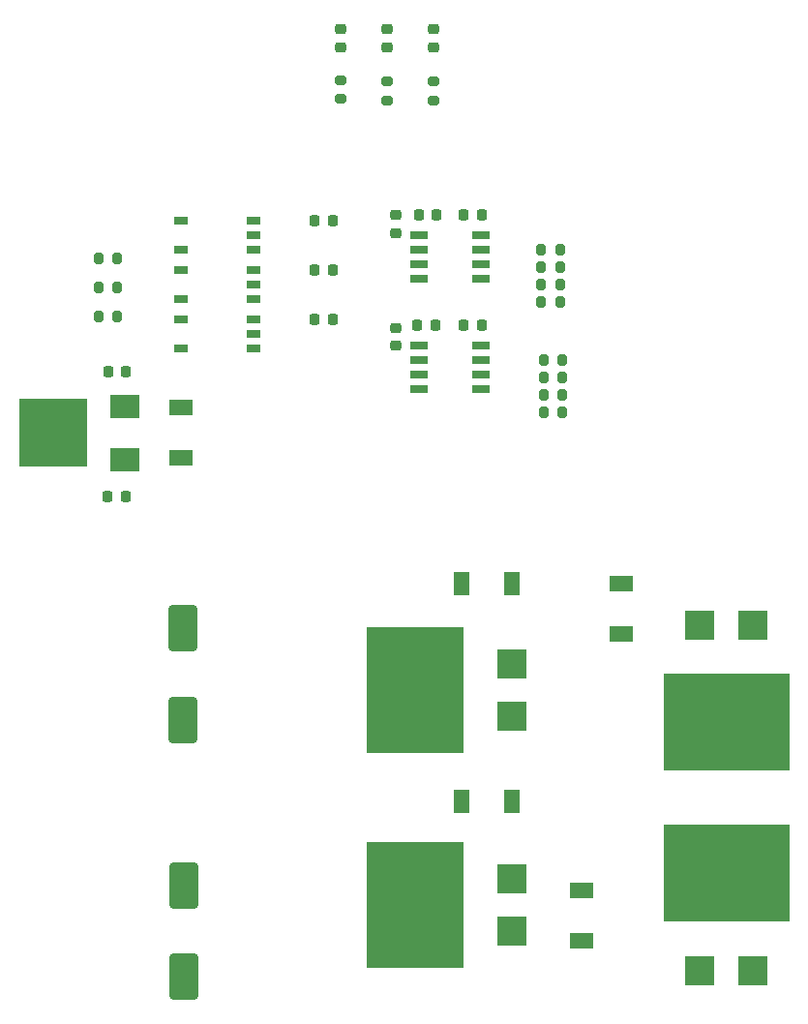
<source format=gtp>
%TF.GenerationSoftware,KiCad,Pcbnew,7.0.7*%
%TF.CreationDate,2024-03-06T17:39:43+09:00*%
%TF.ProjectId,AltairMD_V7,416c7461-6972-44d4-945f-56372e6b6963,rev?*%
%TF.SameCoordinates,Original*%
%TF.FileFunction,Paste,Top*%
%TF.FilePolarity,Positive*%
%FSLAX46Y46*%
G04 Gerber Fmt 4.6, Leading zero omitted, Abs format (unit mm)*
G04 Created by KiCad (PCBNEW 7.0.7) date 2024-03-06 17:39:43*
%MOMM*%
%LPD*%
G01*
G04 APERTURE LIST*
G04 Aperture macros list*
%AMRoundRect*
0 Rectangle with rounded corners*
0 $1 Rounding radius*
0 $2 $3 $4 $5 $6 $7 $8 $9 X,Y pos of 4 corners*
0 Add a 4 corners polygon primitive as box body*
4,1,4,$2,$3,$4,$5,$6,$7,$8,$9,$2,$3,0*
0 Add four circle primitives for the rounded corners*
1,1,$1+$1,$2,$3*
1,1,$1+$1,$4,$5*
1,1,$1+$1,$6,$7*
1,1,$1+$1,$8,$9*
0 Add four rect primitives between the rounded corners*
20,1,$1+$1,$2,$3,$4,$5,0*
20,1,$1+$1,$4,$5,$6,$7,0*
20,1,$1+$1,$6,$7,$8,$9,0*
20,1,$1+$1,$8,$9,$2,$3,0*%
G04 Aperture macros list end*
%ADD10RoundRect,0.200000X0.275000X-0.200000X0.275000X0.200000X-0.275000X0.200000X-0.275000X-0.200000X0*%
%ADD11RoundRect,0.200000X-0.200000X-0.275000X0.200000X-0.275000X0.200000X0.275000X-0.200000X0.275000X0*%
%ADD12RoundRect,0.200000X0.200000X0.275000X-0.200000X0.275000X-0.200000X-0.275000X0.200000X-0.275000X0*%
%ADD13R,2.500000X2.500000*%
%ADD14R,11.000000X8.500000*%
%ADD15R,8.500000X11.000000*%
%ADD16R,6.000000X6.000000*%
%ADD17R,2.500000X2.000000*%
%ADD18R,1.200000X0.800000*%
%ADD19R,1.525000X0.650000*%
%ADD20RoundRect,0.218750X-0.256250X0.218750X-0.256250X-0.218750X0.256250X-0.218750X0.256250X0.218750X0*%
%ADD21R,2.000000X1.400000*%
%ADD22R,1.400000X2.000000*%
%ADD23RoundRect,0.218750X0.218750X0.256250X-0.218750X0.256250X-0.218750X-0.256250X0.218750X-0.256250X0*%
%ADD24RoundRect,0.225000X0.250000X-0.225000X0.250000X0.225000X-0.250000X0.225000X-0.250000X-0.225000X0*%
%ADD25RoundRect,0.250000X-1.000000X1.750000X-1.000000X-1.750000X1.000000X-1.750000X1.000000X1.750000X0*%
%ADD26RoundRect,0.225000X0.225000X0.250000X-0.225000X0.250000X-0.225000X-0.250000X0.225000X-0.250000X0*%
%ADD27RoundRect,0.225000X-0.225000X-0.250000X0.225000X-0.250000X0.225000X0.250000X-0.225000X0.250000X0*%
G04 APERTURE END LIST*
D10*
%TO.C,R14*%
X146558000Y-51690000D03*
X146558000Y-53340000D03*
%TD*%
%TO.C,R13*%
X154686000Y-51790500D03*
X154686000Y-53440500D03*
%TD*%
%TO.C,R12*%
X150622000Y-51816000D03*
X150622000Y-53466000D03*
%TD*%
D11*
%TO.C,R11*%
X127063000Y-69850000D03*
X125413000Y-69850000D03*
%TD*%
%TO.C,R10*%
X127063000Y-67310000D03*
X125413000Y-67310000D03*
%TD*%
%TO.C,R9*%
X127063000Y-72390000D03*
X125413000Y-72390000D03*
%TD*%
D12*
%TO.C,R8*%
X164147000Y-71120000D03*
X165797000Y-71120000D03*
%TD*%
D11*
%TO.C,R7*%
X165797000Y-69596000D03*
X164147000Y-69596000D03*
%TD*%
%TO.C,R6*%
X165797000Y-66548000D03*
X164147000Y-66548000D03*
%TD*%
D12*
%TO.C,R5*%
X164147000Y-68072000D03*
X165797000Y-68072000D03*
%TD*%
%TO.C,R4*%
X164338000Y-80772000D03*
X165988000Y-80772000D03*
%TD*%
D11*
%TO.C,R3*%
X165988000Y-79248000D03*
X164338000Y-79248000D03*
%TD*%
D12*
%TO.C,R2*%
X164338000Y-77724000D03*
X165988000Y-77724000D03*
%TD*%
D11*
%TO.C,R1*%
X165988000Y-76200000D03*
X164338000Y-76200000D03*
%TD*%
D13*
%TO.C,Q4*%
X182633000Y-99342000D03*
D14*
X180333000Y-107842000D03*
D13*
X178033000Y-99342000D03*
%TD*%
%TO.C,Q3*%
X161590000Y-107334000D03*
D15*
X153090000Y-105034000D03*
D13*
X161590000Y-102734000D03*
%TD*%
%TO.C,Q2*%
X178033000Y-129550000D03*
D14*
X180333000Y-121050000D03*
D13*
X182633000Y-129550000D03*
%TD*%
%TO.C,Q1*%
X161590000Y-121558000D03*
D15*
X153090000Y-123858000D03*
D13*
X161590000Y-126158000D03*
%TD*%
D16*
%TO.C,IC6*%
X121475000Y-82550000D03*
D17*
X127725000Y-80250000D03*
X127725000Y-84850000D03*
%TD*%
D18*
%TO.C,IC5*%
X132651000Y-70866000D03*
X132651000Y-68326000D03*
X138951000Y-70866000D03*
X138951000Y-69596000D03*
X138951000Y-68326000D03*
%TD*%
%TO.C,IC4*%
X132651000Y-66548000D03*
X132651000Y-64008000D03*
X138951000Y-66548000D03*
X138951000Y-65278000D03*
X138951000Y-64008000D03*
%TD*%
%TO.C,IC3*%
X132651000Y-75184000D03*
X132651000Y-72644000D03*
X138951000Y-75184000D03*
X138951000Y-73914000D03*
X138951000Y-72644000D03*
%TD*%
D19*
%TO.C,IC2*%
X153479000Y-65278000D03*
X153479000Y-66548000D03*
X153479000Y-67818000D03*
X153479000Y-69088000D03*
X158903000Y-69088000D03*
X158903000Y-67818000D03*
X158903000Y-66548000D03*
X158903000Y-65278000D03*
%TD*%
%TO.C,IC1*%
X153479000Y-74930000D03*
X153479000Y-76200000D03*
X153479000Y-77470000D03*
X153479000Y-78740000D03*
X158903000Y-78740000D03*
X158903000Y-77470000D03*
X158903000Y-76200000D03*
X158903000Y-74930000D03*
%TD*%
D20*
%TO.C,D10*%
X146558000Y-48819000D03*
X146558000Y-47244000D03*
%TD*%
%TO.C,D9*%
X154686000Y-48793500D03*
X154686000Y-47218500D03*
%TD*%
%TO.C,D8*%
X150622000Y-48819000D03*
X150622000Y-47244000D03*
%TD*%
D21*
%TO.C,D7*%
X132651000Y-80350000D03*
X132651000Y-84750000D03*
%TD*%
%TO.C,D6*%
X171170000Y-95758000D03*
X171170000Y-100158000D03*
%TD*%
D22*
%TO.C,D5*%
X157200000Y-95758000D03*
X161600000Y-95758000D03*
%TD*%
D23*
%TO.C,D4*%
X154991000Y-63500000D03*
X153416000Y-63500000D03*
%TD*%
%TO.C,D3*%
X153315000Y-73152000D03*
X154890000Y-73152000D03*
%TD*%
D21*
%TO.C,D2*%
X167640000Y-122600000D03*
X167640000Y-127000000D03*
%TD*%
D22*
%TO.C,D1*%
X157200000Y-114808000D03*
X161600000Y-114808000D03*
%TD*%
D24*
%TO.C,C11*%
X151447000Y-63500000D03*
X151447000Y-65050000D03*
%TD*%
%TO.C,C10*%
X151447000Y-73380000D03*
X151447000Y-74930000D03*
%TD*%
D25*
%TO.C,C9*%
X132912000Y-122110000D03*
X132912000Y-130110000D03*
%TD*%
%TO.C,C8*%
X132816000Y-99632000D03*
X132816000Y-107632000D03*
%TD*%
D26*
%TO.C,C7*%
X126212000Y-88138000D03*
X127762000Y-88138000D03*
%TD*%
%TO.C,C6*%
X126238000Y-77216000D03*
X127788000Y-77216000D03*
%TD*%
D27*
%TO.C,C5*%
X145885000Y-64008000D03*
X144335000Y-64008000D03*
%TD*%
%TO.C,C4*%
X145885000Y-68326000D03*
X144335000Y-68326000D03*
%TD*%
%TO.C,C3*%
X145885000Y-72644000D03*
X144335000Y-72644000D03*
%TD*%
D26*
%TO.C,C2*%
X157379000Y-63500000D03*
X158929000Y-63500000D03*
%TD*%
%TO.C,C1*%
X157366000Y-73152000D03*
X158916000Y-73152000D03*
%TD*%
M02*

</source>
